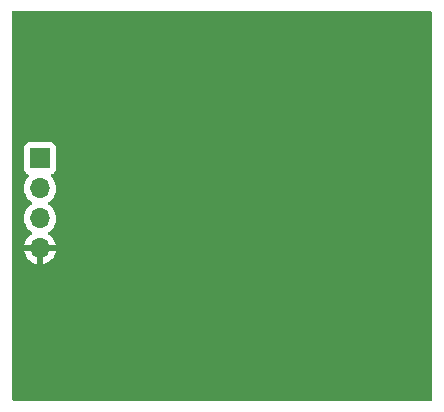
<source format=gbl>
%TF.GenerationSoftware,KiCad,Pcbnew,6.0.5*%
%TF.CreationDate,2022-08-02T09:40:57-05:00*%
%TF.ProjectId,TLE493d-W2B6-board,544c4534-3933-4642-9d57-3242362d626f,rev?*%
%TF.SameCoordinates,Original*%
%TF.FileFunction,Copper,L2,Bot*%
%TF.FilePolarity,Positive*%
%FSLAX46Y46*%
G04 Gerber Fmt 4.6, Leading zero omitted, Abs format (unit mm)*
G04 Created by KiCad (PCBNEW 6.0.5) date 2022-08-02 09:40:57*
%MOMM*%
%LPD*%
G01*
G04 APERTURE LIST*
%TA.AperFunction,ComponentPad*%
%ADD10R,1.700000X1.700000*%
%TD*%
%TA.AperFunction,ComponentPad*%
%ADD11O,1.700000X1.700000*%
%TD*%
%TA.AperFunction,ViaPad*%
%ADD12C,0.800000*%
%TD*%
%TA.AperFunction,Conductor*%
%ADD13C,0.250000*%
%TD*%
G04 APERTURE END LIST*
D10*
%TO.P,J1,1,Pin_1*%
%TO.N,+3V3*%
X114125000Y-86150000D03*
D11*
%TO.P,J1,2,Pin_2*%
%TO.N,SDA*%
X114125000Y-88690000D03*
%TO.P,J1,3,Pin_3*%
%TO.N,SCL*%
X114125000Y-91230000D03*
%TO.P,J1,4,Pin_4*%
%TO.N,GND*%
X114125000Y-93770000D03*
%TD*%
D12*
%TO.N,GND*%
X131318000Y-86360000D03*
X140462000Y-98298000D03*
X138938000Y-99822000D03*
X116586000Y-105410000D03*
X128524000Y-100330000D03*
X133604000Y-86360000D03*
X118872000Y-105410000D03*
X121158000Y-105410000D03*
X131318000Y-91694000D03*
X137160000Y-101346000D03*
X133604000Y-91694000D03*
X129000000Y-86360000D03*
X129012658Y-91694000D03*
%TD*%
D13*
%TO.N,GND*%
X136906000Y-101346000D02*
X137160000Y-101346000D01*
%TD*%
%TA.AperFunction,Conductor*%
%TO.N,GND*%
G36*
X147262121Y-73680002D02*
G01*
X147308614Y-73733658D01*
X147320000Y-73786000D01*
X147320000Y-106554000D01*
X147299998Y-106622121D01*
X147246342Y-106668614D01*
X147194000Y-106680000D01*
X111886000Y-106680000D01*
X111817879Y-106659998D01*
X111771386Y-106606342D01*
X111760000Y-106554000D01*
X111760000Y-94037966D01*
X112793257Y-94037966D01*
X112823565Y-94172446D01*
X112826645Y-94182275D01*
X112906770Y-94379603D01*
X112911413Y-94388794D01*
X113022694Y-94570388D01*
X113028777Y-94578699D01*
X113168213Y-94739667D01*
X113175580Y-94746883D01*
X113339434Y-94882916D01*
X113347881Y-94888831D01*
X113531756Y-94996279D01*
X113541042Y-95000729D01*
X113740001Y-95076703D01*
X113749899Y-95079579D01*
X113853250Y-95100606D01*
X113867299Y-95099410D01*
X113871000Y-95089065D01*
X113871000Y-95088517D01*
X114379000Y-95088517D01*
X114383064Y-95102359D01*
X114396478Y-95104393D01*
X114403184Y-95103534D01*
X114413262Y-95101392D01*
X114617255Y-95040191D01*
X114626842Y-95036433D01*
X114818095Y-94942739D01*
X114826945Y-94937464D01*
X115000328Y-94813792D01*
X115008200Y-94807139D01*
X115159052Y-94656812D01*
X115165730Y-94648965D01*
X115290003Y-94476020D01*
X115295313Y-94467183D01*
X115389670Y-94276267D01*
X115393469Y-94266672D01*
X115455377Y-94062910D01*
X115457555Y-94052837D01*
X115458986Y-94041962D01*
X115456775Y-94027778D01*
X115443617Y-94024000D01*
X114397115Y-94024000D01*
X114381876Y-94028475D01*
X114380671Y-94029865D01*
X114379000Y-94037548D01*
X114379000Y-95088517D01*
X113871000Y-95088517D01*
X113871000Y-94042115D01*
X113866525Y-94026876D01*
X113865135Y-94025671D01*
X113857452Y-94024000D01*
X112808225Y-94024000D01*
X112794694Y-94027973D01*
X112793257Y-94037966D01*
X111760000Y-94037966D01*
X111760000Y-91196695D01*
X112762251Y-91196695D01*
X112762548Y-91201848D01*
X112762548Y-91201851D01*
X112768011Y-91296590D01*
X112775110Y-91419715D01*
X112776247Y-91424761D01*
X112776248Y-91424767D01*
X112796119Y-91512939D01*
X112824222Y-91637639D01*
X112908266Y-91844616D01*
X113024987Y-92035088D01*
X113171250Y-92203938D01*
X113343126Y-92346632D01*
X113416955Y-92389774D01*
X113465679Y-92441412D01*
X113478750Y-92511195D01*
X113452019Y-92576967D01*
X113411562Y-92610327D01*
X113403457Y-92614546D01*
X113394738Y-92620036D01*
X113224433Y-92747905D01*
X113216726Y-92754748D01*
X113069590Y-92908717D01*
X113063104Y-92916727D01*
X112943098Y-93092649D01*
X112938000Y-93101623D01*
X112848338Y-93294783D01*
X112844775Y-93304470D01*
X112789389Y-93504183D01*
X112790912Y-93512607D01*
X112803292Y-93516000D01*
X115443344Y-93516000D01*
X115456875Y-93512027D01*
X115458180Y-93502947D01*
X115416214Y-93335875D01*
X115412894Y-93326124D01*
X115327972Y-93130814D01*
X115323105Y-93121739D01*
X115207426Y-92942926D01*
X115201136Y-92934757D01*
X115057806Y-92777240D01*
X115050273Y-92770215D01*
X114883139Y-92638222D01*
X114874556Y-92632520D01*
X114837602Y-92612120D01*
X114787631Y-92561687D01*
X114772859Y-92492245D01*
X114797975Y-92425839D01*
X114825327Y-92399232D01*
X114848797Y-92382491D01*
X115004860Y-92271173D01*
X115163096Y-92113489D01*
X115222594Y-92030689D01*
X115290435Y-91936277D01*
X115293453Y-91932077D01*
X115392430Y-91731811D01*
X115457370Y-91518069D01*
X115486529Y-91296590D01*
X115488156Y-91230000D01*
X115469852Y-91007361D01*
X115415431Y-90790702D01*
X115326354Y-90585840D01*
X115205014Y-90398277D01*
X115054670Y-90233051D01*
X115050619Y-90229852D01*
X115050615Y-90229848D01*
X114883414Y-90097800D01*
X114883410Y-90097798D01*
X114879359Y-90094598D01*
X114838053Y-90071796D01*
X114788084Y-90021364D01*
X114773312Y-89951921D01*
X114798428Y-89885516D01*
X114825780Y-89858909D01*
X114869603Y-89827650D01*
X115004860Y-89731173D01*
X115163096Y-89573489D01*
X115222594Y-89490689D01*
X115290435Y-89396277D01*
X115293453Y-89392077D01*
X115392430Y-89191811D01*
X115457370Y-88978069D01*
X115486529Y-88756590D01*
X115488156Y-88690000D01*
X115469852Y-88467361D01*
X115415431Y-88250702D01*
X115326354Y-88045840D01*
X115205014Y-87858277D01*
X115201532Y-87854450D01*
X115057798Y-87696488D01*
X115026746Y-87632642D01*
X115035141Y-87562143D01*
X115080317Y-87507375D01*
X115106761Y-87493706D01*
X115213297Y-87453767D01*
X115221705Y-87450615D01*
X115338261Y-87363261D01*
X115425615Y-87246705D01*
X115476745Y-87110316D01*
X115483500Y-87048134D01*
X115483500Y-85251866D01*
X115476745Y-85189684D01*
X115425615Y-85053295D01*
X115338261Y-84936739D01*
X115221705Y-84849385D01*
X115085316Y-84798255D01*
X115023134Y-84791500D01*
X113226866Y-84791500D01*
X113164684Y-84798255D01*
X113028295Y-84849385D01*
X112911739Y-84936739D01*
X112824385Y-85053295D01*
X112773255Y-85189684D01*
X112766500Y-85251866D01*
X112766500Y-87048134D01*
X112773255Y-87110316D01*
X112824385Y-87246705D01*
X112911739Y-87363261D01*
X113028295Y-87450615D01*
X113036704Y-87453767D01*
X113036705Y-87453768D01*
X113145451Y-87494535D01*
X113202216Y-87537176D01*
X113226916Y-87603738D01*
X113211709Y-87673087D01*
X113192316Y-87699568D01*
X113065629Y-87832138D01*
X112939743Y-88016680D01*
X112845688Y-88219305D01*
X112785989Y-88434570D01*
X112762251Y-88656695D01*
X112762548Y-88661848D01*
X112762548Y-88661851D01*
X112768011Y-88756590D01*
X112775110Y-88879715D01*
X112776247Y-88884761D01*
X112776248Y-88884767D01*
X112796119Y-88972939D01*
X112824222Y-89097639D01*
X112908266Y-89304616D01*
X113024987Y-89495088D01*
X113171250Y-89663938D01*
X113343126Y-89806632D01*
X113413595Y-89847811D01*
X113416445Y-89849476D01*
X113465169Y-89901114D01*
X113478240Y-89970897D01*
X113451509Y-90036669D01*
X113411055Y-90070027D01*
X113398607Y-90076507D01*
X113394474Y-90079610D01*
X113394471Y-90079612D01*
X113370247Y-90097800D01*
X113219965Y-90210635D01*
X113065629Y-90372138D01*
X112939743Y-90556680D01*
X112845688Y-90759305D01*
X112785989Y-90974570D01*
X112762251Y-91196695D01*
X111760000Y-91196695D01*
X111760000Y-73786000D01*
X111780002Y-73717879D01*
X111833658Y-73671386D01*
X111886000Y-73660000D01*
X147194000Y-73660000D01*
X147262121Y-73680002D01*
G37*
%TD.AperFunction*%
%TD*%
%TA.AperFunction,Conductor*%
%TO.N,GND*%
G36*
X147262121Y-73680002D02*
G01*
X147308614Y-73733658D01*
X147320000Y-73786000D01*
X147320000Y-106554000D01*
X147299998Y-106622121D01*
X147246342Y-106668614D01*
X147194000Y-106680000D01*
X111886000Y-106680000D01*
X111817879Y-106659998D01*
X111771386Y-106606342D01*
X111760000Y-106554000D01*
X111760000Y-94037966D01*
X112793257Y-94037966D01*
X112823565Y-94172446D01*
X112826645Y-94182275D01*
X112906770Y-94379603D01*
X112911413Y-94388794D01*
X113022694Y-94570388D01*
X113028777Y-94578699D01*
X113168213Y-94739667D01*
X113175580Y-94746883D01*
X113339434Y-94882916D01*
X113347881Y-94888831D01*
X113531756Y-94996279D01*
X113541042Y-95000729D01*
X113740001Y-95076703D01*
X113749899Y-95079579D01*
X113853250Y-95100606D01*
X113867299Y-95099410D01*
X113871000Y-95089065D01*
X113871000Y-95088517D01*
X114379000Y-95088517D01*
X114383064Y-95102359D01*
X114396478Y-95104393D01*
X114403184Y-95103534D01*
X114413262Y-95101392D01*
X114617255Y-95040191D01*
X114626842Y-95036433D01*
X114818095Y-94942739D01*
X114826945Y-94937464D01*
X115000328Y-94813792D01*
X115008200Y-94807139D01*
X115159052Y-94656812D01*
X115165730Y-94648965D01*
X115290003Y-94476020D01*
X115295313Y-94467183D01*
X115389670Y-94276267D01*
X115393469Y-94266672D01*
X115455377Y-94062910D01*
X115457555Y-94052837D01*
X115458986Y-94041962D01*
X115456775Y-94027778D01*
X115443617Y-94024000D01*
X114397115Y-94024000D01*
X114381876Y-94028475D01*
X114380671Y-94029865D01*
X114379000Y-94037548D01*
X114379000Y-95088517D01*
X113871000Y-95088517D01*
X113871000Y-94042115D01*
X113866525Y-94026876D01*
X113865135Y-94025671D01*
X113857452Y-94024000D01*
X112808225Y-94024000D01*
X112794694Y-94027973D01*
X112793257Y-94037966D01*
X111760000Y-94037966D01*
X111760000Y-91196695D01*
X112762251Y-91196695D01*
X112762548Y-91201848D01*
X112762548Y-91201851D01*
X112768011Y-91296590D01*
X112775110Y-91419715D01*
X112776247Y-91424761D01*
X112776248Y-91424767D01*
X112796119Y-91512939D01*
X112824222Y-91637639D01*
X112908266Y-91844616D01*
X113024987Y-92035088D01*
X113171250Y-92203938D01*
X113343126Y-92346632D01*
X113416955Y-92389774D01*
X113465679Y-92441412D01*
X113478750Y-92511195D01*
X113452019Y-92576967D01*
X113411562Y-92610327D01*
X113403457Y-92614546D01*
X113394738Y-92620036D01*
X113224433Y-92747905D01*
X113216726Y-92754748D01*
X113069590Y-92908717D01*
X113063104Y-92916727D01*
X112943098Y-93092649D01*
X112938000Y-93101623D01*
X112848338Y-93294783D01*
X112844775Y-93304470D01*
X112789389Y-93504183D01*
X112790912Y-93512607D01*
X112803292Y-93516000D01*
X115443344Y-93516000D01*
X115456875Y-93512027D01*
X115458180Y-93502947D01*
X115416214Y-93335875D01*
X115412894Y-93326124D01*
X115327972Y-93130814D01*
X115323105Y-93121739D01*
X115207426Y-92942926D01*
X115201136Y-92934757D01*
X115057806Y-92777240D01*
X115050273Y-92770215D01*
X114883139Y-92638222D01*
X114874556Y-92632520D01*
X114837602Y-92612120D01*
X114787631Y-92561687D01*
X114772859Y-92492245D01*
X114797975Y-92425839D01*
X114825327Y-92399232D01*
X114848797Y-92382491D01*
X115004860Y-92271173D01*
X115163096Y-92113489D01*
X115222594Y-92030689D01*
X115290435Y-91936277D01*
X115293453Y-91932077D01*
X115392430Y-91731811D01*
X115457370Y-91518069D01*
X115486529Y-91296590D01*
X115488156Y-91230000D01*
X115469852Y-91007361D01*
X115415431Y-90790702D01*
X115326354Y-90585840D01*
X115205014Y-90398277D01*
X115054670Y-90233051D01*
X115050619Y-90229852D01*
X115050615Y-90229848D01*
X114883414Y-90097800D01*
X114883410Y-90097798D01*
X114879359Y-90094598D01*
X114838053Y-90071796D01*
X114788084Y-90021364D01*
X114773312Y-89951921D01*
X114798428Y-89885516D01*
X114825780Y-89858909D01*
X114869603Y-89827650D01*
X115004860Y-89731173D01*
X115163096Y-89573489D01*
X115222594Y-89490689D01*
X115290435Y-89396277D01*
X115293453Y-89392077D01*
X115392430Y-89191811D01*
X115457370Y-88978069D01*
X115486529Y-88756590D01*
X115488156Y-88690000D01*
X115469852Y-88467361D01*
X115415431Y-88250702D01*
X115326354Y-88045840D01*
X115205014Y-87858277D01*
X115201532Y-87854450D01*
X115057798Y-87696488D01*
X115026746Y-87632642D01*
X115035141Y-87562143D01*
X115080317Y-87507375D01*
X115106761Y-87493706D01*
X115213297Y-87453767D01*
X115221705Y-87450615D01*
X115338261Y-87363261D01*
X115425615Y-87246705D01*
X115476745Y-87110316D01*
X115483500Y-87048134D01*
X115483500Y-85251866D01*
X115476745Y-85189684D01*
X115425615Y-85053295D01*
X115338261Y-84936739D01*
X115221705Y-84849385D01*
X115085316Y-84798255D01*
X115023134Y-84791500D01*
X113226866Y-84791500D01*
X113164684Y-84798255D01*
X113028295Y-84849385D01*
X112911739Y-84936739D01*
X112824385Y-85053295D01*
X112773255Y-85189684D01*
X112766500Y-85251866D01*
X112766500Y-87048134D01*
X112773255Y-87110316D01*
X112824385Y-87246705D01*
X112911739Y-87363261D01*
X113028295Y-87450615D01*
X113036704Y-87453767D01*
X113036705Y-87453768D01*
X113145451Y-87494535D01*
X113202216Y-87537176D01*
X113226916Y-87603738D01*
X113211709Y-87673087D01*
X113192316Y-87699568D01*
X113065629Y-87832138D01*
X112939743Y-88016680D01*
X112845688Y-88219305D01*
X112785989Y-88434570D01*
X112762251Y-88656695D01*
X112762548Y-88661848D01*
X112762548Y-88661851D01*
X112768011Y-88756590D01*
X112775110Y-88879715D01*
X112776247Y-88884761D01*
X112776248Y-88884767D01*
X112796119Y-88972939D01*
X112824222Y-89097639D01*
X112908266Y-89304616D01*
X113024987Y-89495088D01*
X113171250Y-89663938D01*
X113343126Y-89806632D01*
X113413595Y-89847811D01*
X113416445Y-89849476D01*
X113465169Y-89901114D01*
X113478240Y-89970897D01*
X113451509Y-90036669D01*
X113411055Y-90070027D01*
X113398607Y-90076507D01*
X113394474Y-90079610D01*
X113394471Y-90079612D01*
X113370247Y-90097800D01*
X113219965Y-90210635D01*
X113065629Y-90372138D01*
X112939743Y-90556680D01*
X112845688Y-90759305D01*
X112785989Y-90974570D01*
X112762251Y-91196695D01*
X111760000Y-91196695D01*
X111760000Y-73786000D01*
X111780002Y-73717879D01*
X111833658Y-73671386D01*
X111886000Y-73660000D01*
X147194000Y-73660000D01*
X147262121Y-73680002D01*
G37*
%TD.AperFunction*%
%TD*%
M02*

</source>
